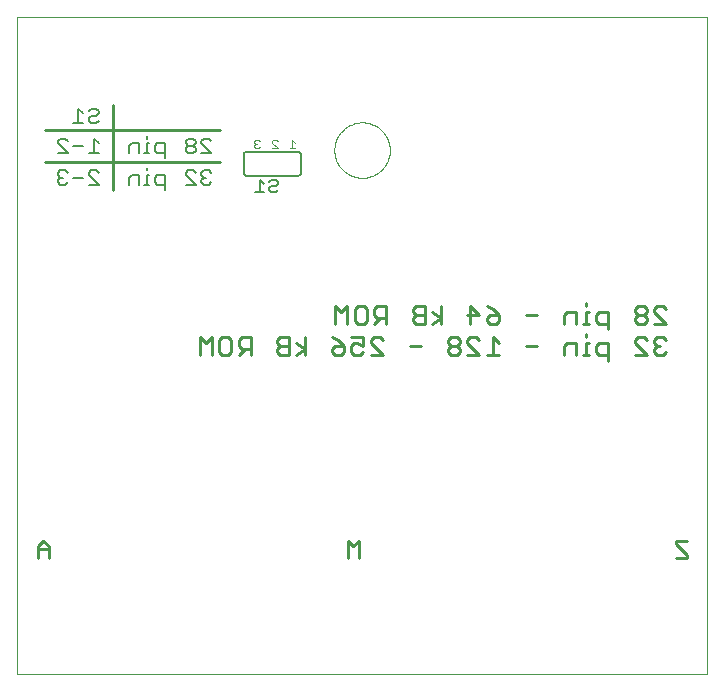
<source format=gbo>
G75*
%MOIN*%
%OFA0B0*%
%FSLAX24Y24*%
%IPPOS*%
%LPD*%
%AMOC8*
5,1,8,0,0,1.08239X$1,22.5*
%
%ADD10C,0.0000*%
%ADD11C,0.0100*%
%ADD12C,0.0080*%
%ADD13C,0.0110*%
%ADD14C,0.0060*%
%ADD15C,0.0040*%
D10*
X000100Y000100D02*
X000100Y021998D01*
X023100Y021998D01*
X023100Y000100D01*
X000100Y000100D01*
X010671Y017547D02*
X010673Y017607D01*
X010679Y017668D01*
X010689Y017727D01*
X010703Y017786D01*
X010720Y017844D01*
X010741Y017901D01*
X010766Y017956D01*
X010795Y018009D01*
X010827Y018061D01*
X010862Y018110D01*
X010901Y018157D01*
X010942Y018201D01*
X010986Y018242D01*
X011033Y018281D01*
X011082Y018316D01*
X011133Y018348D01*
X011187Y018377D01*
X011242Y018402D01*
X011299Y018423D01*
X011357Y018440D01*
X011416Y018454D01*
X011475Y018464D01*
X011536Y018470D01*
X011596Y018472D01*
X011656Y018470D01*
X011717Y018464D01*
X011776Y018454D01*
X011835Y018440D01*
X011893Y018423D01*
X011950Y018402D01*
X012005Y018377D01*
X012058Y018348D01*
X012110Y018316D01*
X012159Y018281D01*
X012206Y018242D01*
X012250Y018201D01*
X012291Y018157D01*
X012330Y018110D01*
X012365Y018061D01*
X012397Y018010D01*
X012426Y017956D01*
X012451Y017901D01*
X012472Y017844D01*
X012489Y017786D01*
X012503Y017727D01*
X012513Y017668D01*
X012519Y017607D01*
X012521Y017547D01*
X012519Y017487D01*
X012513Y017426D01*
X012503Y017367D01*
X012489Y017308D01*
X012472Y017250D01*
X012451Y017193D01*
X012426Y017138D01*
X012397Y017085D01*
X012365Y017033D01*
X012330Y016984D01*
X012291Y016937D01*
X012250Y016893D01*
X012206Y016852D01*
X012159Y016813D01*
X012110Y016778D01*
X012059Y016746D01*
X012005Y016717D01*
X011950Y016692D01*
X011893Y016671D01*
X011835Y016654D01*
X011776Y016640D01*
X011717Y016630D01*
X011656Y016624D01*
X011596Y016622D01*
X011536Y016624D01*
X011475Y016630D01*
X011416Y016640D01*
X011357Y016654D01*
X011299Y016671D01*
X011242Y016692D01*
X011187Y016717D01*
X011134Y016746D01*
X011082Y016778D01*
X011033Y016813D01*
X010986Y016852D01*
X010942Y016893D01*
X010901Y016937D01*
X010862Y016984D01*
X010827Y017033D01*
X010795Y017084D01*
X010766Y017138D01*
X010741Y017193D01*
X010720Y017250D01*
X010703Y017308D01*
X010689Y017367D01*
X010679Y017426D01*
X010673Y017487D01*
X010671Y017547D01*
D11*
X006850Y017163D02*
X001038Y017163D01*
X001038Y018225D02*
X006850Y018225D01*
X003288Y019038D02*
X003288Y016225D01*
X000968Y004523D02*
X000781Y004336D01*
X000781Y003963D01*
X001155Y003963D02*
X001155Y004336D01*
X000968Y004523D01*
X001155Y004243D02*
X000781Y004243D01*
X011112Y004523D02*
X011112Y003963D01*
X011486Y003963D02*
X011486Y004523D01*
X011299Y004336D01*
X011112Y004523D01*
X022051Y004523D02*
X022051Y004430D01*
X022425Y004056D01*
X022425Y003963D01*
X022051Y003963D01*
X022051Y004523D02*
X022425Y004523D01*
D12*
X008781Y016210D02*
X008711Y016140D01*
X008571Y016140D01*
X008501Y016210D01*
X008501Y016280D01*
X008571Y016350D01*
X008711Y016350D01*
X008781Y016420D01*
X008781Y016490D01*
X008711Y016560D01*
X008571Y016560D01*
X008501Y016490D01*
X008320Y016420D02*
X008180Y016560D01*
X008180Y016140D01*
X008320Y016140D02*
X008040Y016140D01*
X006560Y016470D02*
X006480Y016390D01*
X006320Y016390D01*
X006240Y016470D01*
X006240Y016550D01*
X006320Y016630D01*
X006400Y016630D01*
X006320Y016630D02*
X006240Y016710D01*
X006240Y016790D01*
X006320Y016870D01*
X006480Y016870D01*
X006560Y016790D01*
X006044Y016790D02*
X005964Y016870D01*
X005804Y016870D01*
X005724Y016790D01*
X005724Y016710D01*
X006044Y016390D01*
X005724Y016390D01*
X005013Y016390D02*
X004773Y016390D01*
X004693Y016470D01*
X004693Y016630D01*
X004773Y016710D01*
X005013Y016710D01*
X005013Y016230D01*
X004497Y016390D02*
X004337Y016390D01*
X004417Y016390D02*
X004417Y016710D01*
X004497Y016710D01*
X004417Y016870D02*
X004417Y016950D01*
X004154Y016710D02*
X004154Y016390D01*
X004154Y016710D02*
X003913Y016710D01*
X003833Y016630D01*
X003833Y016390D01*
X002810Y016390D02*
X002490Y016710D01*
X002490Y016790D01*
X002570Y016870D01*
X002730Y016870D01*
X002810Y016790D01*
X002810Y016390D02*
X002490Y016390D01*
X002294Y016630D02*
X001974Y016630D01*
X001779Y016470D02*
X001699Y016390D01*
X001539Y016390D01*
X001458Y016470D01*
X001458Y016550D01*
X001539Y016630D01*
X001619Y016630D01*
X001539Y016630D02*
X001458Y016710D01*
X001458Y016790D01*
X001539Y016870D01*
X001699Y016870D01*
X001779Y016790D01*
X001779Y017453D02*
X001458Y017453D01*
X001458Y017773D02*
X001779Y017453D01*
X001974Y017693D02*
X002294Y017693D01*
X002490Y017453D02*
X002810Y017453D01*
X002650Y017453D02*
X002650Y017933D01*
X002810Y017773D01*
X002730Y018453D02*
X002810Y018533D01*
X002730Y018453D02*
X002570Y018453D01*
X002490Y018533D01*
X002490Y018613D01*
X002570Y018693D01*
X002730Y018693D01*
X002810Y018773D01*
X002810Y018853D01*
X002730Y018933D01*
X002570Y018933D01*
X002490Y018853D01*
X002294Y018773D02*
X002134Y018933D01*
X002134Y018453D01*
X002294Y018453D02*
X001974Y018453D01*
X001699Y017933D02*
X001539Y017933D01*
X001458Y017853D01*
X001458Y017773D01*
X001699Y017933D02*
X001779Y017853D01*
X003833Y017693D02*
X003833Y017453D01*
X004154Y017453D02*
X004154Y017773D01*
X003913Y017773D01*
X003833Y017693D01*
X004337Y017453D02*
X004497Y017453D01*
X004417Y017453D02*
X004417Y017773D01*
X004497Y017773D01*
X004417Y017933D02*
X004417Y018013D01*
X004693Y017693D02*
X004693Y017533D01*
X004773Y017453D01*
X005013Y017453D01*
X005013Y017292D02*
X005013Y017773D01*
X004773Y017773D01*
X004693Y017693D01*
X005724Y017773D02*
X005804Y017693D01*
X005964Y017693D01*
X006044Y017773D01*
X006044Y017853D01*
X005964Y017933D01*
X005804Y017933D01*
X005724Y017853D01*
X005724Y017773D01*
X005804Y017693D02*
X005724Y017613D01*
X005724Y017533D01*
X005804Y017453D01*
X005964Y017453D01*
X006044Y017533D01*
X006044Y017613D01*
X005964Y017693D01*
X006240Y017773D02*
X006240Y017853D01*
X006320Y017933D01*
X006480Y017933D01*
X006560Y017853D01*
X006240Y017773D02*
X006560Y017453D01*
X006240Y017453D01*
D13*
X010704Y012358D02*
X010704Y011768D01*
X011097Y011768D02*
X011097Y012358D01*
X010901Y012161D01*
X010704Y012358D01*
X011348Y012260D02*
X011348Y011866D01*
X011447Y011768D01*
X011644Y011768D01*
X011742Y011866D01*
X011742Y012260D01*
X011644Y012358D01*
X011447Y012358D01*
X011348Y012260D01*
X011993Y012260D02*
X011993Y012063D01*
X012091Y011964D01*
X012387Y011964D01*
X012387Y011768D02*
X012387Y012358D01*
X012091Y012358D01*
X011993Y012260D01*
X012190Y011964D02*
X011993Y011768D01*
X011984Y011308D02*
X012181Y011308D01*
X012279Y011210D01*
X011984Y011308D02*
X011885Y011210D01*
X011885Y011111D01*
X012279Y010718D01*
X011885Y010718D01*
X011635Y010816D02*
X011536Y010718D01*
X011339Y010718D01*
X011241Y010816D01*
X011241Y011013D01*
X011339Y011111D01*
X011438Y011111D01*
X011635Y011013D01*
X011635Y011308D01*
X011241Y011308D01*
X010990Y011013D02*
X010695Y011013D01*
X010596Y010914D01*
X010596Y010816D01*
X010695Y010718D01*
X010892Y010718D01*
X010990Y010816D01*
X010990Y011013D01*
X010793Y011210D01*
X010596Y011308D01*
X009701Y011308D02*
X009701Y010718D01*
X009701Y010914D02*
X009406Y011111D01*
X009164Y011013D02*
X008869Y011013D01*
X008770Y010914D01*
X008770Y010816D01*
X008869Y010718D01*
X009164Y010718D01*
X009164Y011308D01*
X008869Y011308D01*
X008770Y011210D01*
X008770Y011111D01*
X008869Y011013D01*
X009406Y010718D02*
X009701Y010914D01*
X007875Y010914D02*
X007579Y010914D01*
X007481Y011013D01*
X007481Y011210D01*
X007579Y011308D01*
X007875Y011308D01*
X007875Y010718D01*
X007678Y010914D02*
X007481Y010718D01*
X007230Y010816D02*
X007132Y010718D01*
X006935Y010718D01*
X006836Y010816D01*
X006836Y011210D01*
X006935Y011308D01*
X007132Y011308D01*
X007230Y011210D01*
X007230Y010816D01*
X006586Y010718D02*
X006586Y011308D01*
X006389Y011111D01*
X006192Y011308D01*
X006192Y010718D01*
X013175Y011013D02*
X013568Y011013D01*
X013676Y011768D02*
X013380Y011768D01*
X013282Y011866D01*
X013282Y011964D01*
X013380Y012063D01*
X013676Y012063D01*
X013918Y012161D02*
X014213Y011964D01*
X013918Y011768D01*
X013676Y011768D02*
X013676Y012358D01*
X013380Y012358D01*
X013282Y012260D01*
X013282Y012161D01*
X013380Y012063D01*
X014213Y011768D02*
X014213Y012358D01*
X015108Y012063D02*
X015502Y012063D01*
X015207Y012358D01*
X015207Y011768D01*
X015207Y011308D02*
X015403Y011308D01*
X015502Y011210D01*
X015207Y011308D02*
X015108Y011210D01*
X015108Y011111D01*
X015502Y010718D01*
X015108Y010718D01*
X014857Y010816D02*
X014857Y010914D01*
X014759Y011013D01*
X014562Y011013D01*
X014464Y010914D01*
X014464Y010816D01*
X014562Y010718D01*
X014759Y010718D01*
X014857Y010816D01*
X014759Y011013D02*
X014857Y011111D01*
X014857Y011210D01*
X014759Y011308D01*
X014562Y011308D01*
X014464Y011210D01*
X014464Y011111D01*
X014562Y011013D01*
X015753Y010718D02*
X016146Y010718D01*
X015950Y010718D02*
X015950Y011308D01*
X016146Y011111D01*
X016048Y011768D02*
X015851Y011768D01*
X015753Y011866D01*
X015753Y011964D01*
X015851Y012063D01*
X016146Y012063D01*
X016146Y011866D01*
X016048Y011768D01*
X016146Y012063D02*
X015950Y012260D01*
X015753Y012358D01*
X017042Y012063D02*
X017436Y012063D01*
X018331Y012063D02*
X018331Y011768D01*
X018331Y012063D02*
X018429Y012161D01*
X018725Y012161D01*
X018725Y011768D01*
X018957Y011768D02*
X019154Y011768D01*
X019056Y011768D02*
X019056Y012161D01*
X019154Y012161D01*
X019056Y012358D02*
X019056Y012456D01*
X019405Y012063D02*
X019405Y011866D01*
X019504Y011768D01*
X019799Y011768D01*
X019799Y011571D02*
X019799Y012161D01*
X019504Y012161D01*
X019405Y012063D01*
X019056Y011406D02*
X019056Y011308D01*
X019056Y011111D02*
X019056Y010718D01*
X019154Y010718D02*
X018957Y010718D01*
X018725Y010718D02*
X018725Y011111D01*
X018429Y011111D01*
X018331Y011013D01*
X018331Y010718D01*
X019056Y011111D02*
X019154Y011111D01*
X019405Y011013D02*
X019405Y010816D01*
X019504Y010718D01*
X019799Y010718D01*
X019799Y010521D02*
X019799Y011111D01*
X019504Y011111D01*
X019405Y011013D01*
X020694Y011111D02*
X020694Y011210D01*
X020793Y011308D01*
X020990Y011308D01*
X021088Y011210D01*
X021339Y011210D02*
X021339Y011111D01*
X021437Y011013D01*
X021339Y010914D01*
X021339Y010816D01*
X021437Y010718D01*
X021634Y010718D01*
X021733Y010816D01*
X021536Y011013D02*
X021437Y011013D01*
X021339Y011210D02*
X021437Y011308D01*
X021634Y011308D01*
X021733Y011210D01*
X021733Y011768D02*
X021339Y011768D01*
X021088Y011866D02*
X021088Y011964D01*
X020990Y012063D01*
X020793Y012063D01*
X020694Y011964D01*
X020694Y011866D01*
X020793Y011768D01*
X020990Y011768D01*
X021088Y011866D01*
X020990Y012063D02*
X021088Y012161D01*
X021088Y012260D01*
X020990Y012358D01*
X020793Y012358D01*
X020694Y012260D01*
X020694Y012161D01*
X020793Y012063D01*
X021339Y012161D02*
X021339Y012260D01*
X021437Y012358D01*
X021634Y012358D01*
X021733Y012260D01*
X021339Y012161D02*
X021733Y011768D01*
X020694Y011111D02*
X021088Y010718D01*
X020694Y010718D01*
X017436Y011013D02*
X017042Y011013D01*
D14*
X009550Y016800D02*
X009550Y017400D01*
X009548Y017417D01*
X009544Y017434D01*
X009537Y017450D01*
X009527Y017464D01*
X009514Y017477D01*
X009500Y017487D01*
X009484Y017494D01*
X009467Y017498D01*
X009450Y017500D01*
X007750Y017500D01*
X007733Y017498D01*
X007716Y017494D01*
X007700Y017487D01*
X007686Y017477D01*
X007673Y017464D01*
X007663Y017450D01*
X007656Y017434D01*
X007652Y017417D01*
X007650Y017400D01*
X007650Y016800D01*
X007652Y016783D01*
X007656Y016766D01*
X007663Y016750D01*
X007673Y016736D01*
X007686Y016723D01*
X007700Y016713D01*
X007716Y016706D01*
X007733Y016702D01*
X007750Y016700D01*
X009450Y016700D01*
X009467Y016702D01*
X009484Y016706D01*
X009500Y016713D01*
X009514Y016723D01*
X009527Y016736D01*
X009537Y016750D01*
X009544Y016766D01*
X009548Y016783D01*
X009550Y016800D01*
D15*
X009366Y017613D02*
X009179Y017613D01*
X009272Y017613D02*
X009272Y017893D01*
X009366Y017799D01*
X008776Y017846D02*
X008730Y017893D01*
X008636Y017893D01*
X008590Y017846D01*
X008590Y017799D01*
X008776Y017613D01*
X008590Y017613D01*
X008187Y017659D02*
X008140Y017613D01*
X008047Y017613D01*
X008000Y017659D01*
X008000Y017706D01*
X008047Y017753D01*
X008094Y017753D01*
X008047Y017753D02*
X008000Y017799D01*
X008000Y017846D01*
X008047Y017893D01*
X008140Y017893D01*
X008187Y017846D01*
M02*

</source>
